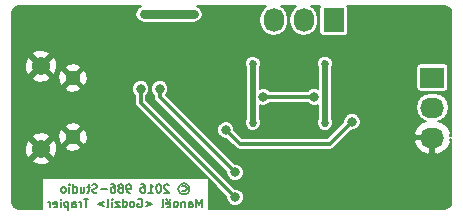
<source format=gbl>
G04 #@! TF.FileFunction,Copper,L2,Bot,Signal*
%FSLAX46Y46*%
G04 Gerber Fmt 4.6, Leading zero omitted, Abs format (unit mm)*
G04 Created by KiCad (PCBNEW (2016-07-14 BZR 6980)-product) date Saturday, 16 July 2016 'AMt' 00:09:12*
%MOMM*%
%LPD*%
G01*
G04 APERTURE LIST*
%ADD10C,0.150000*%
%ADD11C,0.175000*%
%ADD12R,1.727200X2.032000*%
%ADD13O,1.727200X2.032000*%
%ADD14C,1.250000*%
%ADD15C,1.550000*%
%ADD16R,2.032000X1.727200*%
%ADD17O,2.032000X1.727200*%
%ADD18C,0.685800*%
%ADD19C,0.800000*%
%ADD20C,0.500000*%
%ADD21C,0.800000*%
%ADD22C,0.300000*%
%ADD23C,0.180000*%
G04 APERTURE END LIST*
D10*
D11*
X162816666Y-95670833D02*
X162883333Y-95637500D01*
X163016666Y-95637500D01*
X163083333Y-95670833D01*
X163150000Y-95737500D01*
X163183333Y-95804166D01*
X163183333Y-95937500D01*
X163150000Y-96004166D01*
X163083333Y-96070833D01*
X163016666Y-96104166D01*
X162883333Y-96104166D01*
X162816666Y-96070833D01*
X162950000Y-95404166D02*
X163116666Y-95437500D01*
X163283333Y-95537500D01*
X163383333Y-95704166D01*
X163416666Y-95870833D01*
X163383333Y-96037500D01*
X163283333Y-96204166D01*
X163116666Y-96304166D01*
X162950000Y-96337500D01*
X162783333Y-96304166D01*
X162616666Y-96204166D01*
X162516666Y-96037500D01*
X162483333Y-95870833D01*
X162516666Y-95704166D01*
X162616666Y-95537500D01*
X162783333Y-95437500D01*
X162950000Y-95404166D01*
X161683333Y-95570833D02*
X161650000Y-95537500D01*
X161583333Y-95504166D01*
X161416666Y-95504166D01*
X161350000Y-95537500D01*
X161316666Y-95570833D01*
X161283333Y-95637500D01*
X161283333Y-95704166D01*
X161316666Y-95804166D01*
X161716666Y-96204166D01*
X161283333Y-96204166D01*
X160850000Y-95504166D02*
X160783333Y-95504166D01*
X160716666Y-95537500D01*
X160683333Y-95570833D01*
X160650000Y-95637500D01*
X160616666Y-95770833D01*
X160616666Y-95937500D01*
X160650000Y-96070833D01*
X160683333Y-96137500D01*
X160716666Y-96170833D01*
X160783333Y-96204166D01*
X160850000Y-96204166D01*
X160916666Y-96170833D01*
X160950000Y-96137500D01*
X160983333Y-96070833D01*
X161016666Y-95937500D01*
X161016666Y-95770833D01*
X160983333Y-95637500D01*
X160950000Y-95570833D01*
X160916666Y-95537500D01*
X160850000Y-95504166D01*
X159950000Y-96204166D02*
X160350000Y-96204166D01*
X160150000Y-96204166D02*
X160150000Y-95504166D01*
X160216666Y-95604166D01*
X160283333Y-95670833D01*
X160350000Y-95704166D01*
X159350000Y-95504166D02*
X159483333Y-95504166D01*
X159550000Y-95537500D01*
X159583333Y-95570833D01*
X159650000Y-95670833D01*
X159683333Y-95804166D01*
X159683333Y-96070833D01*
X159650000Y-96137500D01*
X159616666Y-96170833D01*
X159550000Y-96204166D01*
X159416666Y-96204166D01*
X159350000Y-96170833D01*
X159316666Y-96137500D01*
X159283333Y-96070833D01*
X159283333Y-95904166D01*
X159316666Y-95837500D01*
X159350000Y-95804166D01*
X159416666Y-95770833D01*
X159550000Y-95770833D01*
X159616666Y-95804166D01*
X159650000Y-95837500D01*
X159683333Y-95904166D01*
X158416666Y-96204166D02*
X158283333Y-96204166D01*
X158216666Y-96170833D01*
X158183333Y-96137500D01*
X158116666Y-96037500D01*
X158083333Y-95904166D01*
X158083333Y-95637500D01*
X158116666Y-95570833D01*
X158150000Y-95537500D01*
X158216666Y-95504166D01*
X158350000Y-95504166D01*
X158416666Y-95537500D01*
X158450000Y-95570833D01*
X158483333Y-95637500D01*
X158483333Y-95804166D01*
X158450000Y-95870833D01*
X158416666Y-95904166D01*
X158350000Y-95937500D01*
X158216666Y-95937500D01*
X158150000Y-95904166D01*
X158116666Y-95870833D01*
X158083333Y-95804166D01*
X157683333Y-95804166D02*
X157750000Y-95770833D01*
X157783333Y-95737500D01*
X157816666Y-95670833D01*
X157816666Y-95637500D01*
X157783333Y-95570833D01*
X157750000Y-95537500D01*
X157683333Y-95504166D01*
X157550000Y-95504166D01*
X157483333Y-95537500D01*
X157450000Y-95570833D01*
X157416666Y-95637500D01*
X157416666Y-95670833D01*
X157450000Y-95737500D01*
X157483333Y-95770833D01*
X157550000Y-95804166D01*
X157683333Y-95804166D01*
X157750000Y-95837500D01*
X157783333Y-95870833D01*
X157816666Y-95937500D01*
X157816666Y-96070833D01*
X157783333Y-96137500D01*
X157750000Y-96170833D01*
X157683333Y-96204166D01*
X157550000Y-96204166D01*
X157483333Y-96170833D01*
X157450000Y-96137500D01*
X157416666Y-96070833D01*
X157416666Y-95937500D01*
X157450000Y-95870833D01*
X157483333Y-95837500D01*
X157550000Y-95804166D01*
X156816666Y-95504166D02*
X156950000Y-95504166D01*
X157016666Y-95537500D01*
X157050000Y-95570833D01*
X157116666Y-95670833D01*
X157150000Y-95804166D01*
X157150000Y-96070833D01*
X157116666Y-96137500D01*
X157083333Y-96170833D01*
X157016666Y-96204166D01*
X156883333Y-96204166D01*
X156816666Y-96170833D01*
X156783333Y-96137500D01*
X156750000Y-96070833D01*
X156750000Y-95904166D01*
X156783333Y-95837500D01*
X156816666Y-95804166D01*
X156883333Y-95770833D01*
X157016666Y-95770833D01*
X157083333Y-95804166D01*
X157116666Y-95837500D01*
X157150000Y-95904166D01*
X156450000Y-95937500D02*
X155916666Y-95937500D01*
X155616666Y-96170833D02*
X155516666Y-96204166D01*
X155350000Y-96204166D01*
X155283333Y-96170833D01*
X155250000Y-96137500D01*
X155216666Y-96070833D01*
X155216666Y-96004166D01*
X155250000Y-95937500D01*
X155283333Y-95904166D01*
X155350000Y-95870833D01*
X155483333Y-95837500D01*
X155550000Y-95804166D01*
X155583333Y-95770833D01*
X155616666Y-95704166D01*
X155616666Y-95637500D01*
X155583333Y-95570833D01*
X155550000Y-95537500D01*
X155483333Y-95504166D01*
X155316666Y-95504166D01*
X155216666Y-95537500D01*
X155016666Y-95737500D02*
X154750000Y-95737500D01*
X154916666Y-95504166D02*
X154916666Y-96104166D01*
X154883333Y-96170833D01*
X154816666Y-96204166D01*
X154750000Y-96204166D01*
X154216666Y-95737500D02*
X154216666Y-96204166D01*
X154516666Y-95737500D02*
X154516666Y-96104166D01*
X154483333Y-96170833D01*
X154416666Y-96204166D01*
X154316666Y-96204166D01*
X154250000Y-96170833D01*
X154216666Y-96137500D01*
X153583333Y-96204166D02*
X153583333Y-95504166D01*
X153583333Y-96170833D02*
X153650000Y-96204166D01*
X153783333Y-96204166D01*
X153850000Y-96170833D01*
X153883333Y-96137500D01*
X153916666Y-96070833D01*
X153916666Y-95870833D01*
X153883333Y-95804166D01*
X153850000Y-95770833D01*
X153783333Y-95737500D01*
X153650000Y-95737500D01*
X153583333Y-95770833D01*
X153250000Y-96204166D02*
X153250000Y-95737500D01*
X153250000Y-95504166D02*
X153283333Y-95537500D01*
X153250000Y-95570833D01*
X153216666Y-95537500D01*
X153250000Y-95504166D01*
X153250000Y-95570833D01*
X152816666Y-96204166D02*
X152883333Y-96170833D01*
X152916666Y-96137500D01*
X152950000Y-96070833D01*
X152950000Y-95870833D01*
X152916666Y-95804166D01*
X152883333Y-95770833D01*
X152816666Y-95737500D01*
X152716666Y-95737500D01*
X152650000Y-95770833D01*
X152616666Y-95804166D01*
X152583333Y-95870833D01*
X152583333Y-96070833D01*
X152616666Y-96137500D01*
X152650000Y-96170833D01*
X152716666Y-96204166D01*
X152816666Y-96204166D01*
X164483333Y-97429166D02*
X164483333Y-96729166D01*
X164250000Y-97229166D01*
X164016666Y-96729166D01*
X164016666Y-97429166D01*
X163383333Y-97429166D02*
X163383333Y-97062500D01*
X163416666Y-96995833D01*
X163483333Y-96962500D01*
X163616666Y-96962500D01*
X163683333Y-96995833D01*
X163383333Y-97395833D02*
X163450000Y-97429166D01*
X163616666Y-97429166D01*
X163683333Y-97395833D01*
X163716666Y-97329166D01*
X163716666Y-97262500D01*
X163683333Y-97195833D01*
X163616666Y-97162500D01*
X163450000Y-97162500D01*
X163383333Y-97129166D01*
X163050000Y-96962500D02*
X163050000Y-97429166D01*
X163050000Y-97029166D02*
X163016666Y-96995833D01*
X162950000Y-96962500D01*
X162850000Y-96962500D01*
X162783333Y-96995833D01*
X162750000Y-97062500D01*
X162750000Y-97429166D01*
X162316666Y-97429166D02*
X162383333Y-97395833D01*
X162416666Y-97362500D01*
X162450000Y-97295833D01*
X162450000Y-97095833D01*
X162416666Y-97029166D01*
X162383333Y-96995833D01*
X162316666Y-96962500D01*
X162216666Y-96962500D01*
X162150000Y-96995833D01*
X162116666Y-97029166D01*
X162083333Y-97095833D01*
X162083333Y-97295833D01*
X162116666Y-97362500D01*
X162150000Y-97395833D01*
X162216666Y-97429166D01*
X162316666Y-97429166D01*
X161516666Y-97395833D02*
X161583333Y-97429166D01*
X161716666Y-97429166D01*
X161783333Y-97395833D01*
X161816666Y-97329166D01*
X161816666Y-97062500D01*
X161783333Y-96995833D01*
X161716666Y-96962500D01*
X161583333Y-96962500D01*
X161516666Y-96995833D01*
X161483333Y-97062500D01*
X161483333Y-97129166D01*
X161816666Y-97195833D01*
X161783333Y-96729166D02*
X161750000Y-96762500D01*
X161783333Y-96795833D01*
X161816666Y-96762500D01*
X161783333Y-96729166D01*
X161783333Y-96795833D01*
X161516666Y-96729166D02*
X161483333Y-96762500D01*
X161516666Y-96795833D01*
X161550000Y-96762500D01*
X161516666Y-96729166D01*
X161516666Y-96795833D01*
X161083333Y-97429166D02*
X161150000Y-97395833D01*
X161183333Y-97329166D01*
X161183333Y-96729166D01*
X159750000Y-96962500D02*
X160283333Y-97162500D01*
X159750000Y-97362500D01*
X159050000Y-96762500D02*
X159116666Y-96729166D01*
X159216666Y-96729166D01*
X159316666Y-96762500D01*
X159383333Y-96829166D01*
X159416666Y-96895833D01*
X159450000Y-97029166D01*
X159450000Y-97129166D01*
X159416666Y-97262500D01*
X159383333Y-97329166D01*
X159316666Y-97395833D01*
X159216666Y-97429166D01*
X159150000Y-97429166D01*
X159050000Y-97395833D01*
X159016666Y-97362500D01*
X159016666Y-97129166D01*
X159150000Y-97129166D01*
X158616666Y-97429166D02*
X158683333Y-97395833D01*
X158716666Y-97362500D01*
X158750000Y-97295833D01*
X158750000Y-97095833D01*
X158716666Y-97029166D01*
X158683333Y-96995833D01*
X158616666Y-96962500D01*
X158516666Y-96962500D01*
X158450000Y-96995833D01*
X158416666Y-97029166D01*
X158383333Y-97095833D01*
X158383333Y-97295833D01*
X158416666Y-97362500D01*
X158450000Y-97395833D01*
X158516666Y-97429166D01*
X158616666Y-97429166D01*
X157783333Y-97429166D02*
X157783333Y-96729166D01*
X157783333Y-97395833D02*
X157850000Y-97429166D01*
X157983333Y-97429166D01*
X158050000Y-97395833D01*
X158083333Y-97362500D01*
X158116666Y-97295833D01*
X158116666Y-97095833D01*
X158083333Y-97029166D01*
X158050000Y-96995833D01*
X157983333Y-96962500D01*
X157850000Y-96962500D01*
X157783333Y-96995833D01*
X157516666Y-96962500D02*
X157150000Y-96962500D01*
X157516666Y-97429166D01*
X157150000Y-97429166D01*
X156883333Y-97429166D02*
X156883333Y-96962500D01*
X156883333Y-96729166D02*
X156916666Y-96762500D01*
X156883333Y-96795833D01*
X156850000Y-96762500D01*
X156883333Y-96729166D01*
X156883333Y-96795833D01*
X156450000Y-97429166D02*
X156516666Y-97395833D01*
X156550000Y-97329166D01*
X156550000Y-96729166D01*
X156183333Y-96962500D02*
X155650000Y-97162500D01*
X156183333Y-97362500D01*
X154883333Y-96729166D02*
X154483333Y-96729166D01*
X154683333Y-97429166D02*
X154683333Y-96729166D01*
X154250000Y-97429166D02*
X154250000Y-96962500D01*
X154250000Y-97095833D02*
X154216666Y-97029166D01*
X154183333Y-96995833D01*
X154116666Y-96962500D01*
X154050000Y-96962500D01*
X153516666Y-97429166D02*
X153516666Y-97062500D01*
X153550000Y-96995833D01*
X153616666Y-96962500D01*
X153750000Y-96962500D01*
X153816666Y-96995833D01*
X153516666Y-97395833D02*
X153583333Y-97429166D01*
X153750000Y-97429166D01*
X153816666Y-97395833D01*
X153850000Y-97329166D01*
X153850000Y-97262500D01*
X153816666Y-97195833D01*
X153750000Y-97162500D01*
X153583333Y-97162500D01*
X153516666Y-97129166D01*
X153183333Y-96962500D02*
X153183333Y-97662500D01*
X153183333Y-96995833D02*
X153116666Y-96962500D01*
X152983333Y-96962500D01*
X152916666Y-96995833D01*
X152883333Y-97029166D01*
X152850000Y-97095833D01*
X152850000Y-97295833D01*
X152883333Y-97362500D01*
X152916666Y-97395833D01*
X152983333Y-97429166D01*
X153116666Y-97429166D01*
X153183333Y-97395833D01*
X152550000Y-97429166D02*
X152550000Y-96962500D01*
X152550000Y-96729166D02*
X152583333Y-96762500D01*
X152550000Y-96795833D01*
X152516666Y-96762500D01*
X152550000Y-96729166D01*
X152550000Y-96795833D01*
X151950000Y-97395833D02*
X152016666Y-97429166D01*
X152150000Y-97429166D01*
X152216666Y-97395833D01*
X152250000Y-97329166D01*
X152250000Y-97062500D01*
X152216666Y-96995833D01*
X152150000Y-96962500D01*
X152016666Y-96962500D01*
X151950000Y-96995833D01*
X151916666Y-97062500D01*
X151916666Y-97129166D01*
X152250000Y-97195833D01*
X151616666Y-97429166D02*
X151616666Y-96962500D01*
X151616666Y-97095833D02*
X151583333Y-97029166D01*
X151550000Y-96995833D01*
X151483333Y-96962500D01*
X151416666Y-96962500D01*
D12*
X175640000Y-81600000D03*
D13*
X173100000Y-81600000D03*
X170560000Y-81600000D03*
D14*
X153562540Y-86499100D03*
X153562540Y-91499100D03*
D15*
X150862540Y-85499100D03*
X150862540Y-92499100D03*
D16*
X184000000Y-86460000D03*
D17*
X184000000Y-89000000D03*
X184000000Y-91540000D03*
D18*
X173700000Y-89200000D03*
X162300004Y-87000000D03*
X159600000Y-82700000D03*
X161700000Y-94600000D03*
X176200000Y-96600000D03*
X179600000Y-91700000D03*
X158100000Y-83900000D03*
X159600000Y-81100000D03*
X163800000Y-81100000D03*
X168800000Y-85300000D03*
X168800000Y-90300000D03*
D19*
X159300000Y-87400000D03*
X167300000Y-96600000D03*
X167300000Y-94500000D03*
X160900000Y-87400000D03*
D18*
X174900000Y-90299999D03*
X174900000Y-85300000D03*
D19*
X166500002Y-90900000D03*
X177200000Y-90200000D03*
X174000001Y-88100000D03*
X169700000Y-88100000D03*
D20*
X168800000Y-90300000D02*
X168800000Y-85300000D01*
D21*
X163800000Y-81100000D02*
X159600000Y-81100000D01*
D22*
X159300000Y-87965685D02*
X159300000Y-87400000D01*
X159300000Y-88600000D02*
X159300000Y-87965685D01*
X167300000Y-96600000D02*
X159300000Y-88600000D01*
X167300000Y-94500000D02*
X160900000Y-88100000D01*
X160900000Y-88100000D02*
X160900000Y-87400000D01*
D20*
X174900000Y-85300000D02*
X174900000Y-90299999D01*
D22*
X177200000Y-90200000D02*
X175300000Y-92100000D01*
X175300000Y-92100000D02*
X167700002Y-92100000D01*
X167700002Y-92100000D02*
X166500002Y-90900000D01*
X169700000Y-88100000D02*
X174000001Y-88100000D01*
D23*
G36*
X159316814Y-80416329D02*
X159076741Y-80576741D01*
X158916329Y-80816814D01*
X158860000Y-81100000D01*
X158916329Y-81383186D01*
X159076741Y-81623259D01*
X159316814Y-81783671D01*
X159600000Y-81840000D01*
X163800000Y-81840000D01*
X164083186Y-81783671D01*
X164323259Y-81623259D01*
X164483671Y-81383186D01*
X164540000Y-81100000D01*
X164483671Y-80816814D01*
X164323259Y-80576741D01*
X164083186Y-80416329D01*
X164076505Y-80415000D01*
X169940841Y-80415000D01*
X169708926Y-80569960D01*
X169448019Y-80960436D01*
X169356400Y-81421034D01*
X169356400Y-81778966D01*
X169448019Y-82239564D01*
X169708926Y-82630040D01*
X170099402Y-82890947D01*
X170560000Y-82982566D01*
X171020598Y-82890947D01*
X171411074Y-82630040D01*
X171671981Y-82239564D01*
X171763600Y-81778966D01*
X171763600Y-81421034D01*
X171671981Y-80960436D01*
X171411074Y-80569960D01*
X171179159Y-80415000D01*
X172480841Y-80415000D01*
X172248926Y-80569960D01*
X171988019Y-80960436D01*
X171896400Y-81421034D01*
X171896400Y-81778966D01*
X171988019Y-82239564D01*
X172248926Y-82630040D01*
X172639402Y-82890947D01*
X173100000Y-82982566D01*
X173560598Y-82890947D01*
X173951074Y-82630040D01*
X174211981Y-82239564D01*
X174303600Y-81778966D01*
X174303600Y-81421034D01*
X174211981Y-80960436D01*
X173951074Y-80569960D01*
X173719159Y-80415000D01*
X174480409Y-80415000D01*
X174456128Y-80451339D01*
X174429740Y-80584000D01*
X174429740Y-82616000D01*
X174456128Y-82748661D01*
X174531274Y-82861126D01*
X174643739Y-82936272D01*
X174776400Y-82962660D01*
X176503600Y-82962660D01*
X176636261Y-82936272D01*
X176748726Y-82861126D01*
X176823872Y-82748661D01*
X176850260Y-82616000D01*
X176850260Y-80584000D01*
X176823872Y-80451339D01*
X176799591Y-80415000D01*
X184959126Y-80415000D01*
X185220758Y-80467041D01*
X185407909Y-80592092D01*
X185532958Y-80779241D01*
X185585000Y-81040874D01*
X185585000Y-91375998D01*
X185454211Y-91375998D01*
X185561234Y-91150818D01*
X185341152Y-90690659D01*
X184925635Y-90300396D01*
X184500385Y-90139666D01*
X184639564Y-90111981D01*
X185030040Y-89851074D01*
X185290947Y-89460598D01*
X185382566Y-89000000D01*
X185290947Y-88539402D01*
X185030040Y-88148926D01*
X184639564Y-87888019D01*
X184178966Y-87796400D01*
X183821034Y-87796400D01*
X183360436Y-87888019D01*
X182969960Y-88148926D01*
X182709053Y-88539402D01*
X182617434Y-89000000D01*
X182709053Y-89460598D01*
X182969960Y-89851074D01*
X183360436Y-90111981D01*
X183499615Y-90139666D01*
X183074365Y-90300396D01*
X182658848Y-90690659D01*
X182438766Y-91150818D01*
X182545790Y-91376000D01*
X183836000Y-91376000D01*
X183836000Y-91356000D01*
X184164000Y-91356000D01*
X184164000Y-91376000D01*
X184184000Y-91376000D01*
X184184000Y-91704000D01*
X184164000Y-91704000D01*
X184164000Y-92851450D01*
X184392400Y-92981149D01*
X184925635Y-92779604D01*
X185341152Y-92389341D01*
X185561234Y-91929182D01*
X185454211Y-91704002D01*
X185585000Y-91704002D01*
X185585000Y-96959126D01*
X185532958Y-97220759D01*
X185407909Y-97407908D01*
X185220758Y-97532959D01*
X184959126Y-97585000D01*
X165077500Y-97585000D01*
X165077500Y-95070465D01*
X166560041Y-96553006D01*
X166559872Y-96746549D01*
X166672293Y-97018628D01*
X166880277Y-97226975D01*
X167152159Y-97339871D01*
X167446549Y-97340128D01*
X167718628Y-97227707D01*
X167926975Y-97019723D01*
X168039871Y-96747841D01*
X168040128Y-96453451D01*
X167927707Y-96181372D01*
X167719723Y-95973025D01*
X167447841Y-95860129D01*
X167252924Y-95859959D01*
X159790000Y-88397036D01*
X159790000Y-87956459D01*
X159926975Y-87819723D01*
X160039871Y-87547841D01*
X160039872Y-87546549D01*
X160159872Y-87546549D01*
X160272293Y-87818628D01*
X160410000Y-87956575D01*
X160410000Y-88100000D01*
X160447299Y-88287515D01*
X160553518Y-88446482D01*
X166560041Y-94453005D01*
X166559872Y-94646549D01*
X166672293Y-94918628D01*
X166880277Y-95126975D01*
X167152159Y-95239871D01*
X167446549Y-95240128D01*
X167718628Y-95127707D01*
X167926975Y-94919723D01*
X168039871Y-94647841D01*
X168040128Y-94353451D01*
X167927707Y-94081372D01*
X167719723Y-93873025D01*
X167447841Y-93760129D01*
X167252923Y-93759959D01*
X164539513Y-91046549D01*
X165759874Y-91046549D01*
X165872295Y-91318628D01*
X166080279Y-91526975D01*
X166352161Y-91639871D01*
X166547079Y-91640041D01*
X167353519Y-92446482D01*
X167512487Y-92552701D01*
X167700002Y-92590000D01*
X175300000Y-92590000D01*
X175487515Y-92552701D01*
X175646482Y-92446482D01*
X176163782Y-91929182D01*
X182438766Y-91929182D01*
X182658848Y-92389341D01*
X183074365Y-92779604D01*
X183607600Y-92981149D01*
X183836000Y-92851450D01*
X183836000Y-91704000D01*
X182545790Y-91704000D01*
X182438766Y-91929182D01*
X176163782Y-91929182D01*
X177153005Y-90939959D01*
X177346549Y-90940128D01*
X177618628Y-90827707D01*
X177826975Y-90619723D01*
X177939871Y-90347841D01*
X177940128Y-90053451D01*
X177827707Y-89781372D01*
X177619723Y-89573025D01*
X177347841Y-89460129D01*
X177053451Y-89459872D01*
X176781372Y-89572293D01*
X176573025Y-89780277D01*
X176460129Y-90052159D01*
X176459959Y-90247077D01*
X175097036Y-91610000D01*
X167902967Y-91610000D01*
X167239961Y-90946995D01*
X167240130Y-90753451D01*
X167127709Y-90481372D01*
X166919725Y-90273025D01*
X166647843Y-90160129D01*
X166353453Y-90159872D01*
X166081374Y-90272293D01*
X165873027Y-90480277D01*
X165760131Y-90752159D01*
X165759874Y-91046549D01*
X164539513Y-91046549D01*
X161419738Y-87926774D01*
X161526975Y-87819723D01*
X161639871Y-87547841D01*
X161640128Y-87253451D01*
X161527707Y-86981372D01*
X161319723Y-86773025D01*
X161047841Y-86660129D01*
X160753451Y-86659872D01*
X160481372Y-86772293D01*
X160273025Y-86980277D01*
X160160129Y-87252159D01*
X160159872Y-87546549D01*
X160039872Y-87546549D01*
X160040128Y-87253451D01*
X159927707Y-86981372D01*
X159719723Y-86773025D01*
X159447841Y-86660129D01*
X159153451Y-86659872D01*
X158881372Y-86772293D01*
X158673025Y-86980277D01*
X158560129Y-87252159D01*
X158559872Y-87546549D01*
X158672293Y-87818628D01*
X158810000Y-87956575D01*
X158810000Y-88600000D01*
X158847299Y-88787515D01*
X158953518Y-88946482D01*
X165006785Y-94999750D01*
X150922500Y-94999750D01*
X150922500Y-97585000D01*
X149040874Y-97585000D01*
X148779241Y-97532958D01*
X148592092Y-97407909D01*
X148467041Y-97220758D01*
X148415000Y-96959126D01*
X148415000Y-93491593D01*
X150101978Y-93491593D01*
X150178045Y-93720239D01*
X150697459Y-93889231D01*
X151242005Y-93846587D01*
X151547035Y-93720239D01*
X151623102Y-93491593D01*
X150862540Y-92731031D01*
X150101978Y-93491593D01*
X148415000Y-93491593D01*
X148415000Y-92334019D01*
X149472409Y-92334019D01*
X149515053Y-92878565D01*
X149641401Y-93183595D01*
X149870047Y-93259662D01*
X150630609Y-92499100D01*
X151094471Y-92499100D01*
X151855033Y-93259662D01*
X152083679Y-93183595D01*
X152252671Y-92664181D01*
X152230603Y-92382373D01*
X152911198Y-92382373D01*
X152968641Y-92595545D01*
X153433440Y-92739359D01*
X153917894Y-92694354D01*
X154156439Y-92595545D01*
X154213882Y-92382373D01*
X153562540Y-91731031D01*
X152911198Y-92382373D01*
X152230603Y-92382373D01*
X152210027Y-92119635D01*
X152083679Y-91814605D01*
X151855033Y-91738538D01*
X151094471Y-92499100D01*
X150630609Y-92499100D01*
X149870047Y-91738538D01*
X149641401Y-91814605D01*
X149472409Y-92334019D01*
X148415000Y-92334019D01*
X148415000Y-91506607D01*
X150101978Y-91506607D01*
X150862540Y-92267169D01*
X151623102Y-91506607D01*
X151577655Y-91370000D01*
X152322281Y-91370000D01*
X152367286Y-91854454D01*
X152466095Y-92092999D01*
X152679267Y-92150442D01*
X153330609Y-91499100D01*
X153794471Y-91499100D01*
X154445813Y-92150442D01*
X154658985Y-92092999D01*
X154802799Y-91628200D01*
X154757794Y-91143746D01*
X154658985Y-90905201D01*
X154445813Y-90847758D01*
X153794471Y-91499100D01*
X153330609Y-91499100D01*
X152679267Y-90847758D01*
X152466095Y-90905201D01*
X152322281Y-91370000D01*
X151577655Y-91370000D01*
X151547035Y-91277961D01*
X151027621Y-91108969D01*
X150483075Y-91151613D01*
X150178045Y-91277961D01*
X150101978Y-91506607D01*
X148415000Y-91506607D01*
X148415000Y-90615827D01*
X152911198Y-90615827D01*
X153562540Y-91267169D01*
X154213882Y-90615827D01*
X154156439Y-90402655D01*
X153691640Y-90258841D01*
X153207186Y-90303846D01*
X152968641Y-90402655D01*
X152911198Y-90615827D01*
X148415000Y-90615827D01*
X148415000Y-87382373D01*
X152911198Y-87382373D01*
X152968641Y-87595545D01*
X153433440Y-87739359D01*
X153917894Y-87694354D01*
X154156439Y-87595545D01*
X154213882Y-87382373D01*
X153562540Y-86731031D01*
X152911198Y-87382373D01*
X148415000Y-87382373D01*
X148415000Y-86491593D01*
X150101978Y-86491593D01*
X150178045Y-86720239D01*
X150697459Y-86889231D01*
X151242005Y-86846587D01*
X151547035Y-86720239D01*
X151623102Y-86491593D01*
X151501509Y-86370000D01*
X152322281Y-86370000D01*
X152367286Y-86854454D01*
X152466095Y-87092999D01*
X152679267Y-87150442D01*
X153330609Y-86499100D01*
X153794471Y-86499100D01*
X154445813Y-87150442D01*
X154658985Y-87092999D01*
X154802799Y-86628200D01*
X154757794Y-86143746D01*
X154658985Y-85905201D01*
X154445813Y-85847758D01*
X153794471Y-86499100D01*
X153330609Y-86499100D01*
X152679267Y-85847758D01*
X152466095Y-85905201D01*
X152322281Y-86370000D01*
X151501509Y-86370000D01*
X150862540Y-85731031D01*
X150101978Y-86491593D01*
X148415000Y-86491593D01*
X148415000Y-85334019D01*
X149472409Y-85334019D01*
X149515053Y-85878565D01*
X149641401Y-86183595D01*
X149870047Y-86259662D01*
X150630609Y-85499100D01*
X151094471Y-85499100D01*
X151855033Y-86259662D01*
X152083679Y-86183595D01*
X152252671Y-85664181D01*
X152248885Y-85615827D01*
X152911198Y-85615827D01*
X153562540Y-86267169D01*
X154213882Y-85615827D01*
X154165220Y-85435241D01*
X168116982Y-85435241D01*
X168210000Y-85660363D01*
X168210000Y-89940125D01*
X168117219Y-90163567D01*
X168116982Y-90435241D01*
X168220728Y-90686327D01*
X168412663Y-90878597D01*
X168663567Y-90982781D01*
X168935241Y-90983018D01*
X169186327Y-90879272D01*
X169378597Y-90687337D01*
X169482781Y-90436433D01*
X169483018Y-90164759D01*
X169390000Y-89939637D01*
X169390000Y-88772536D01*
X169552159Y-88839871D01*
X169846549Y-88840128D01*
X170118628Y-88727707D01*
X170256575Y-88590000D01*
X173443542Y-88590000D01*
X173580278Y-88726975D01*
X173852160Y-88839871D01*
X174146550Y-88840128D01*
X174310000Y-88772592D01*
X174310000Y-89940124D01*
X174217219Y-90163566D01*
X174216982Y-90435240D01*
X174320728Y-90686326D01*
X174512663Y-90878596D01*
X174763567Y-90982780D01*
X175035241Y-90983017D01*
X175286327Y-90879271D01*
X175478597Y-90687336D01*
X175582781Y-90436432D01*
X175583018Y-90164758D01*
X175490000Y-89939636D01*
X175490000Y-85659875D01*
X175516357Y-85596400D01*
X182637340Y-85596400D01*
X182637340Y-87323600D01*
X182663728Y-87456261D01*
X182738874Y-87568726D01*
X182851339Y-87643872D01*
X182984000Y-87670260D01*
X185016000Y-87670260D01*
X185148661Y-87643872D01*
X185261126Y-87568726D01*
X185336272Y-87456261D01*
X185362660Y-87323600D01*
X185362660Y-85596400D01*
X185336272Y-85463739D01*
X185261126Y-85351274D01*
X185148661Y-85276128D01*
X185016000Y-85249740D01*
X182984000Y-85249740D01*
X182851339Y-85276128D01*
X182738874Y-85351274D01*
X182663728Y-85463739D01*
X182637340Y-85596400D01*
X175516357Y-85596400D01*
X175582781Y-85436433D01*
X175583018Y-85164759D01*
X175479272Y-84913673D01*
X175287337Y-84721403D01*
X175036433Y-84617219D01*
X174764759Y-84616982D01*
X174513673Y-84720728D01*
X174321403Y-84912663D01*
X174217219Y-85163567D01*
X174216982Y-85435241D01*
X174310000Y-85660363D01*
X174310000Y-87427463D01*
X174147842Y-87360129D01*
X173853452Y-87359872D01*
X173581373Y-87472293D01*
X173443426Y-87610000D01*
X170256459Y-87610000D01*
X170119723Y-87473025D01*
X169847841Y-87360129D01*
X169553451Y-87359872D01*
X169390000Y-87427409D01*
X169390000Y-85659875D01*
X169482781Y-85436433D01*
X169483018Y-85164759D01*
X169379272Y-84913673D01*
X169187337Y-84721403D01*
X168936433Y-84617219D01*
X168664759Y-84616982D01*
X168413673Y-84720728D01*
X168221403Y-84912663D01*
X168117219Y-85163567D01*
X168116982Y-85435241D01*
X154165220Y-85435241D01*
X154156439Y-85402655D01*
X153691640Y-85258841D01*
X153207186Y-85303846D01*
X152968641Y-85402655D01*
X152911198Y-85615827D01*
X152248885Y-85615827D01*
X152210027Y-85119635D01*
X152083679Y-84814605D01*
X151855033Y-84738538D01*
X151094471Y-85499100D01*
X150630609Y-85499100D01*
X149870047Y-84738538D01*
X149641401Y-84814605D01*
X149472409Y-85334019D01*
X148415000Y-85334019D01*
X148415000Y-84506607D01*
X150101978Y-84506607D01*
X150862540Y-85267169D01*
X151623102Y-84506607D01*
X151547035Y-84277961D01*
X151027621Y-84108969D01*
X150483075Y-84151613D01*
X150178045Y-84277961D01*
X150101978Y-84506607D01*
X148415000Y-84506607D01*
X148415000Y-81040874D01*
X148467041Y-80779242D01*
X148592092Y-80592091D01*
X148779241Y-80467042D01*
X149040874Y-80415000D01*
X159323495Y-80415000D01*
X159316814Y-80416329D01*
X159316814Y-80416329D01*
G37*
X159316814Y-80416329D02*
X159076741Y-80576741D01*
X158916329Y-80816814D01*
X158860000Y-81100000D01*
X158916329Y-81383186D01*
X159076741Y-81623259D01*
X159316814Y-81783671D01*
X159600000Y-81840000D01*
X163800000Y-81840000D01*
X164083186Y-81783671D01*
X164323259Y-81623259D01*
X164483671Y-81383186D01*
X164540000Y-81100000D01*
X164483671Y-80816814D01*
X164323259Y-80576741D01*
X164083186Y-80416329D01*
X164076505Y-80415000D01*
X169940841Y-80415000D01*
X169708926Y-80569960D01*
X169448019Y-80960436D01*
X169356400Y-81421034D01*
X169356400Y-81778966D01*
X169448019Y-82239564D01*
X169708926Y-82630040D01*
X170099402Y-82890947D01*
X170560000Y-82982566D01*
X171020598Y-82890947D01*
X171411074Y-82630040D01*
X171671981Y-82239564D01*
X171763600Y-81778966D01*
X171763600Y-81421034D01*
X171671981Y-80960436D01*
X171411074Y-80569960D01*
X171179159Y-80415000D01*
X172480841Y-80415000D01*
X172248926Y-80569960D01*
X171988019Y-80960436D01*
X171896400Y-81421034D01*
X171896400Y-81778966D01*
X171988019Y-82239564D01*
X172248926Y-82630040D01*
X172639402Y-82890947D01*
X173100000Y-82982566D01*
X173560598Y-82890947D01*
X173951074Y-82630040D01*
X174211981Y-82239564D01*
X174303600Y-81778966D01*
X174303600Y-81421034D01*
X174211981Y-80960436D01*
X173951074Y-80569960D01*
X173719159Y-80415000D01*
X174480409Y-80415000D01*
X174456128Y-80451339D01*
X174429740Y-80584000D01*
X174429740Y-82616000D01*
X174456128Y-82748661D01*
X174531274Y-82861126D01*
X174643739Y-82936272D01*
X174776400Y-82962660D01*
X176503600Y-82962660D01*
X176636261Y-82936272D01*
X176748726Y-82861126D01*
X176823872Y-82748661D01*
X176850260Y-82616000D01*
X176850260Y-80584000D01*
X176823872Y-80451339D01*
X176799591Y-80415000D01*
X184959126Y-80415000D01*
X185220758Y-80467041D01*
X185407909Y-80592092D01*
X185532958Y-80779241D01*
X185585000Y-81040874D01*
X185585000Y-91375998D01*
X185454211Y-91375998D01*
X185561234Y-91150818D01*
X185341152Y-90690659D01*
X184925635Y-90300396D01*
X184500385Y-90139666D01*
X184639564Y-90111981D01*
X185030040Y-89851074D01*
X185290947Y-89460598D01*
X185382566Y-89000000D01*
X185290947Y-88539402D01*
X185030040Y-88148926D01*
X184639564Y-87888019D01*
X184178966Y-87796400D01*
X183821034Y-87796400D01*
X183360436Y-87888019D01*
X182969960Y-88148926D01*
X182709053Y-88539402D01*
X182617434Y-89000000D01*
X182709053Y-89460598D01*
X182969960Y-89851074D01*
X183360436Y-90111981D01*
X183499615Y-90139666D01*
X183074365Y-90300396D01*
X182658848Y-90690659D01*
X182438766Y-91150818D01*
X182545790Y-91376000D01*
X183836000Y-91376000D01*
X183836000Y-91356000D01*
X184164000Y-91356000D01*
X184164000Y-91376000D01*
X184184000Y-91376000D01*
X184184000Y-91704000D01*
X184164000Y-91704000D01*
X184164000Y-92851450D01*
X184392400Y-92981149D01*
X184925635Y-92779604D01*
X185341152Y-92389341D01*
X185561234Y-91929182D01*
X185454211Y-91704002D01*
X185585000Y-91704002D01*
X185585000Y-96959126D01*
X185532958Y-97220759D01*
X185407909Y-97407908D01*
X185220758Y-97532959D01*
X184959126Y-97585000D01*
X165077500Y-97585000D01*
X165077500Y-95070465D01*
X166560041Y-96553006D01*
X166559872Y-96746549D01*
X166672293Y-97018628D01*
X166880277Y-97226975D01*
X167152159Y-97339871D01*
X167446549Y-97340128D01*
X167718628Y-97227707D01*
X167926975Y-97019723D01*
X168039871Y-96747841D01*
X168040128Y-96453451D01*
X167927707Y-96181372D01*
X167719723Y-95973025D01*
X167447841Y-95860129D01*
X167252924Y-95859959D01*
X159790000Y-88397036D01*
X159790000Y-87956459D01*
X159926975Y-87819723D01*
X160039871Y-87547841D01*
X160039872Y-87546549D01*
X160159872Y-87546549D01*
X160272293Y-87818628D01*
X160410000Y-87956575D01*
X160410000Y-88100000D01*
X160447299Y-88287515D01*
X160553518Y-88446482D01*
X166560041Y-94453005D01*
X166559872Y-94646549D01*
X166672293Y-94918628D01*
X166880277Y-95126975D01*
X167152159Y-95239871D01*
X167446549Y-95240128D01*
X167718628Y-95127707D01*
X167926975Y-94919723D01*
X168039871Y-94647841D01*
X168040128Y-94353451D01*
X167927707Y-94081372D01*
X167719723Y-93873025D01*
X167447841Y-93760129D01*
X167252923Y-93759959D01*
X164539513Y-91046549D01*
X165759874Y-91046549D01*
X165872295Y-91318628D01*
X166080279Y-91526975D01*
X166352161Y-91639871D01*
X166547079Y-91640041D01*
X167353519Y-92446482D01*
X167512487Y-92552701D01*
X167700002Y-92590000D01*
X175300000Y-92590000D01*
X175487515Y-92552701D01*
X175646482Y-92446482D01*
X176163782Y-91929182D01*
X182438766Y-91929182D01*
X182658848Y-92389341D01*
X183074365Y-92779604D01*
X183607600Y-92981149D01*
X183836000Y-92851450D01*
X183836000Y-91704000D01*
X182545790Y-91704000D01*
X182438766Y-91929182D01*
X176163782Y-91929182D01*
X177153005Y-90939959D01*
X177346549Y-90940128D01*
X177618628Y-90827707D01*
X177826975Y-90619723D01*
X177939871Y-90347841D01*
X177940128Y-90053451D01*
X177827707Y-89781372D01*
X177619723Y-89573025D01*
X177347841Y-89460129D01*
X177053451Y-89459872D01*
X176781372Y-89572293D01*
X176573025Y-89780277D01*
X176460129Y-90052159D01*
X176459959Y-90247077D01*
X175097036Y-91610000D01*
X167902967Y-91610000D01*
X167239961Y-90946995D01*
X167240130Y-90753451D01*
X167127709Y-90481372D01*
X166919725Y-90273025D01*
X166647843Y-90160129D01*
X166353453Y-90159872D01*
X166081374Y-90272293D01*
X165873027Y-90480277D01*
X165760131Y-90752159D01*
X165759874Y-91046549D01*
X164539513Y-91046549D01*
X161419738Y-87926774D01*
X161526975Y-87819723D01*
X161639871Y-87547841D01*
X161640128Y-87253451D01*
X161527707Y-86981372D01*
X161319723Y-86773025D01*
X161047841Y-86660129D01*
X160753451Y-86659872D01*
X160481372Y-86772293D01*
X160273025Y-86980277D01*
X160160129Y-87252159D01*
X160159872Y-87546549D01*
X160039872Y-87546549D01*
X160040128Y-87253451D01*
X159927707Y-86981372D01*
X159719723Y-86773025D01*
X159447841Y-86660129D01*
X159153451Y-86659872D01*
X158881372Y-86772293D01*
X158673025Y-86980277D01*
X158560129Y-87252159D01*
X158559872Y-87546549D01*
X158672293Y-87818628D01*
X158810000Y-87956575D01*
X158810000Y-88600000D01*
X158847299Y-88787515D01*
X158953518Y-88946482D01*
X165006785Y-94999750D01*
X150922500Y-94999750D01*
X150922500Y-97585000D01*
X149040874Y-97585000D01*
X148779241Y-97532958D01*
X148592092Y-97407909D01*
X148467041Y-97220758D01*
X148415000Y-96959126D01*
X148415000Y-93491593D01*
X150101978Y-93491593D01*
X150178045Y-93720239D01*
X150697459Y-93889231D01*
X151242005Y-93846587D01*
X151547035Y-93720239D01*
X151623102Y-93491593D01*
X150862540Y-92731031D01*
X150101978Y-93491593D01*
X148415000Y-93491593D01*
X148415000Y-92334019D01*
X149472409Y-92334019D01*
X149515053Y-92878565D01*
X149641401Y-93183595D01*
X149870047Y-93259662D01*
X150630609Y-92499100D01*
X151094471Y-92499100D01*
X151855033Y-93259662D01*
X152083679Y-93183595D01*
X152252671Y-92664181D01*
X152230603Y-92382373D01*
X152911198Y-92382373D01*
X152968641Y-92595545D01*
X153433440Y-92739359D01*
X153917894Y-92694354D01*
X154156439Y-92595545D01*
X154213882Y-92382373D01*
X153562540Y-91731031D01*
X152911198Y-92382373D01*
X152230603Y-92382373D01*
X152210027Y-92119635D01*
X152083679Y-91814605D01*
X151855033Y-91738538D01*
X151094471Y-92499100D01*
X150630609Y-92499100D01*
X149870047Y-91738538D01*
X149641401Y-91814605D01*
X149472409Y-92334019D01*
X148415000Y-92334019D01*
X148415000Y-91506607D01*
X150101978Y-91506607D01*
X150862540Y-92267169D01*
X151623102Y-91506607D01*
X151577655Y-91370000D01*
X152322281Y-91370000D01*
X152367286Y-91854454D01*
X152466095Y-92092999D01*
X152679267Y-92150442D01*
X153330609Y-91499100D01*
X153794471Y-91499100D01*
X154445813Y-92150442D01*
X154658985Y-92092999D01*
X154802799Y-91628200D01*
X154757794Y-91143746D01*
X154658985Y-90905201D01*
X154445813Y-90847758D01*
X153794471Y-91499100D01*
X153330609Y-91499100D01*
X152679267Y-90847758D01*
X152466095Y-90905201D01*
X152322281Y-91370000D01*
X151577655Y-91370000D01*
X151547035Y-91277961D01*
X151027621Y-91108969D01*
X150483075Y-91151613D01*
X150178045Y-91277961D01*
X150101978Y-91506607D01*
X148415000Y-91506607D01*
X148415000Y-90615827D01*
X152911198Y-90615827D01*
X153562540Y-91267169D01*
X154213882Y-90615827D01*
X154156439Y-90402655D01*
X153691640Y-90258841D01*
X153207186Y-90303846D01*
X152968641Y-90402655D01*
X152911198Y-90615827D01*
X148415000Y-90615827D01*
X148415000Y-87382373D01*
X152911198Y-87382373D01*
X152968641Y-87595545D01*
X153433440Y-87739359D01*
X153917894Y-87694354D01*
X154156439Y-87595545D01*
X154213882Y-87382373D01*
X153562540Y-86731031D01*
X152911198Y-87382373D01*
X148415000Y-87382373D01*
X148415000Y-86491593D01*
X150101978Y-86491593D01*
X150178045Y-86720239D01*
X150697459Y-86889231D01*
X151242005Y-86846587D01*
X151547035Y-86720239D01*
X151623102Y-86491593D01*
X151501509Y-86370000D01*
X152322281Y-86370000D01*
X152367286Y-86854454D01*
X152466095Y-87092999D01*
X152679267Y-87150442D01*
X153330609Y-86499100D01*
X153794471Y-86499100D01*
X154445813Y-87150442D01*
X154658985Y-87092999D01*
X154802799Y-86628200D01*
X154757794Y-86143746D01*
X154658985Y-85905201D01*
X154445813Y-85847758D01*
X153794471Y-86499100D01*
X153330609Y-86499100D01*
X152679267Y-85847758D01*
X152466095Y-85905201D01*
X152322281Y-86370000D01*
X151501509Y-86370000D01*
X150862540Y-85731031D01*
X150101978Y-86491593D01*
X148415000Y-86491593D01*
X148415000Y-85334019D01*
X149472409Y-85334019D01*
X149515053Y-85878565D01*
X149641401Y-86183595D01*
X149870047Y-86259662D01*
X150630609Y-85499100D01*
X151094471Y-85499100D01*
X151855033Y-86259662D01*
X152083679Y-86183595D01*
X152252671Y-85664181D01*
X152248885Y-85615827D01*
X152911198Y-85615827D01*
X153562540Y-86267169D01*
X154213882Y-85615827D01*
X154165220Y-85435241D01*
X168116982Y-85435241D01*
X168210000Y-85660363D01*
X168210000Y-89940125D01*
X168117219Y-90163567D01*
X168116982Y-90435241D01*
X168220728Y-90686327D01*
X168412663Y-90878597D01*
X168663567Y-90982781D01*
X168935241Y-90983018D01*
X169186327Y-90879272D01*
X169378597Y-90687337D01*
X169482781Y-90436433D01*
X169483018Y-90164759D01*
X169390000Y-89939637D01*
X169390000Y-88772536D01*
X169552159Y-88839871D01*
X169846549Y-88840128D01*
X170118628Y-88727707D01*
X170256575Y-88590000D01*
X173443542Y-88590000D01*
X173580278Y-88726975D01*
X173852160Y-88839871D01*
X174146550Y-88840128D01*
X174310000Y-88772592D01*
X174310000Y-89940124D01*
X174217219Y-90163566D01*
X174216982Y-90435240D01*
X174320728Y-90686326D01*
X174512663Y-90878596D01*
X174763567Y-90982780D01*
X175035241Y-90983017D01*
X175286327Y-90879271D01*
X175478597Y-90687336D01*
X175582781Y-90436432D01*
X175583018Y-90164758D01*
X175490000Y-89939636D01*
X175490000Y-85659875D01*
X175516357Y-85596400D01*
X182637340Y-85596400D01*
X182637340Y-87323600D01*
X182663728Y-87456261D01*
X182738874Y-87568726D01*
X182851339Y-87643872D01*
X182984000Y-87670260D01*
X185016000Y-87670260D01*
X185148661Y-87643872D01*
X185261126Y-87568726D01*
X185336272Y-87456261D01*
X185362660Y-87323600D01*
X185362660Y-85596400D01*
X185336272Y-85463739D01*
X185261126Y-85351274D01*
X185148661Y-85276128D01*
X185016000Y-85249740D01*
X182984000Y-85249740D01*
X182851339Y-85276128D01*
X182738874Y-85351274D01*
X182663728Y-85463739D01*
X182637340Y-85596400D01*
X175516357Y-85596400D01*
X175582781Y-85436433D01*
X175583018Y-85164759D01*
X175479272Y-84913673D01*
X175287337Y-84721403D01*
X175036433Y-84617219D01*
X174764759Y-84616982D01*
X174513673Y-84720728D01*
X174321403Y-84912663D01*
X174217219Y-85163567D01*
X174216982Y-85435241D01*
X174310000Y-85660363D01*
X174310000Y-87427463D01*
X174147842Y-87360129D01*
X173853452Y-87359872D01*
X173581373Y-87472293D01*
X173443426Y-87610000D01*
X170256459Y-87610000D01*
X170119723Y-87473025D01*
X169847841Y-87360129D01*
X169553451Y-87359872D01*
X169390000Y-87427409D01*
X169390000Y-85659875D01*
X169482781Y-85436433D01*
X169483018Y-85164759D01*
X169379272Y-84913673D01*
X169187337Y-84721403D01*
X168936433Y-84617219D01*
X168664759Y-84616982D01*
X168413673Y-84720728D01*
X168221403Y-84912663D01*
X168117219Y-85163567D01*
X168116982Y-85435241D01*
X154165220Y-85435241D01*
X154156439Y-85402655D01*
X153691640Y-85258841D01*
X153207186Y-85303846D01*
X152968641Y-85402655D01*
X152911198Y-85615827D01*
X152248885Y-85615827D01*
X152210027Y-85119635D01*
X152083679Y-84814605D01*
X151855033Y-84738538D01*
X151094471Y-85499100D01*
X150630609Y-85499100D01*
X149870047Y-84738538D01*
X149641401Y-84814605D01*
X149472409Y-85334019D01*
X148415000Y-85334019D01*
X148415000Y-84506607D01*
X150101978Y-84506607D01*
X150862540Y-85267169D01*
X151623102Y-84506607D01*
X151547035Y-84277961D01*
X151027621Y-84108969D01*
X150483075Y-84151613D01*
X150178045Y-84277961D01*
X150101978Y-84506607D01*
X148415000Y-84506607D01*
X148415000Y-81040874D01*
X148467041Y-80779242D01*
X148592092Y-80592091D01*
X148779241Y-80467042D01*
X149040874Y-80415000D01*
X159323495Y-80415000D01*
X159316814Y-80416329D01*
M02*

</source>
